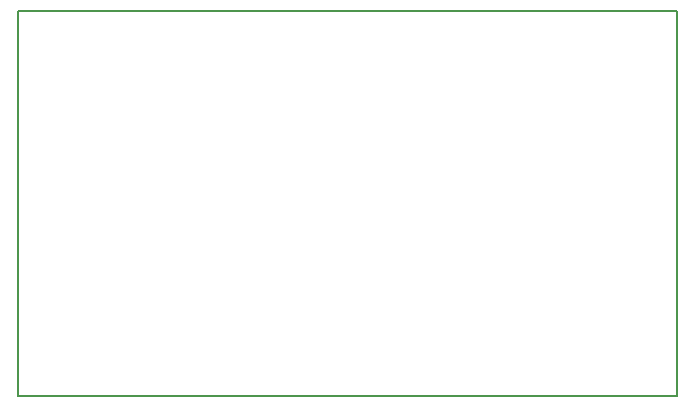
<source format=gm1>
G04 MADE WITH FRITZING*
G04 WWW.FRITZING.ORG*
G04 DOUBLE SIDED*
G04 HOLES PLATED*
G04 CONTOUR ON CENTER OF CONTOUR VECTOR*
%ASAXBY*%
%FSLAX23Y23*%
%MOIN*%
%OFA0B0*%
%SFA1.0B1.0*%
%ADD10R,2.205370X1.292370*%
%ADD11C,0.008000*%
%ADD10C,0.008*%
%LNCONTOUR*%
G90*
G70*
G54D10*
G54D11*
X4Y1288D02*
X2201Y1288D01*
X2201Y4D01*
X4Y4D01*
X4Y1288D01*
D02*
G04 End of contour*
M02*
</source>
